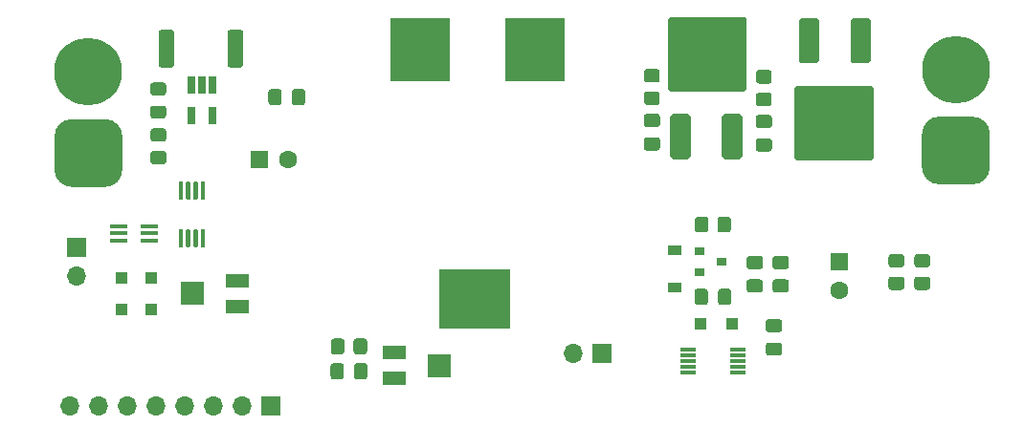
<source format=gbr>
%TF.GenerationSoftware,KiCad,Pcbnew,5.1.10*%
%TF.CreationDate,2021-11-10T11:07:09+01:00*%
%TF.ProjectId,Charging_Module,43686172-6769-46e6-975f-4d6f64756c65,rev?*%
%TF.SameCoordinates,Original*%
%TF.FileFunction,Soldermask,Top*%
%TF.FilePolarity,Negative*%
%FSLAX46Y46*%
G04 Gerber Fmt 4.6, Leading zero omitted, Abs format (unit mm)*
G04 Created by KiCad (PCBNEW 5.1.10) date 2021-11-10 11:07:09*
%MOMM*%
%LPD*%
G01*
G04 APERTURE LIST*
%ADD10C,1.391160*%
%ADD11R,0.650000X1.560000*%
%ADD12R,1.500000X0.400000*%
%ADD13R,1.400000X0.300000*%
%ADD14R,2.000000X1.300000*%
%ADD15R,2.000000X2.000000*%
%ADD16R,0.900000X0.800000*%
%ADD17R,6.350000X5.280000*%
%ADD18R,5.330000X5.590000*%
%ADD19C,6.000000*%
%ADD20O,1.700000X1.700000*%
%ADD21R,1.700000X1.700000*%
%ADD22R,1.100000X1.100000*%
%ADD23R,1.200000X0.900000*%
%ADD24C,1.600000*%
%ADD25R,1.600000X1.600000*%
G04 APERTURE END LIST*
%TO.C,R8*%
G36*
G01*
X86290001Y-43960000D02*
X85389999Y-43960000D01*
G75*
G02*
X85140000Y-43710001I0J249999D01*
G01*
X85140000Y-43009999D01*
G75*
G02*
X85389999Y-42760000I249999J0D01*
G01*
X86290001Y-42760000D01*
G75*
G02*
X86540000Y-43009999I0J-249999D01*
G01*
X86540000Y-43710001D01*
G75*
G02*
X86290001Y-43960000I-249999J0D01*
G01*
G37*
G36*
G01*
X86290001Y-45960000D02*
X85389999Y-45960000D01*
G75*
G02*
X85140000Y-45710001I0J249999D01*
G01*
X85140000Y-45009999D01*
G75*
G02*
X85389999Y-44760000I249999J0D01*
G01*
X86290001Y-44760000D01*
G75*
G02*
X86540000Y-45009999I0J-249999D01*
G01*
X86540000Y-45710001D01*
G75*
G02*
X86290001Y-45960000I-249999J0D01*
G01*
G37*
%TD*%
%TO.C,D5*%
G36*
G01*
X86270001Y-39850000D02*
X85369999Y-39850000D01*
G75*
G02*
X85120000Y-39600001I0J249999D01*
G01*
X85120000Y-38949999D01*
G75*
G02*
X85369999Y-38700000I249999J0D01*
G01*
X86270001Y-38700000D01*
G75*
G02*
X86520000Y-38949999I0J-249999D01*
G01*
X86520000Y-39600001D01*
G75*
G02*
X86270001Y-39850000I-249999J0D01*
G01*
G37*
G36*
G01*
X86270001Y-41900000D02*
X85369999Y-41900000D01*
G75*
G02*
X85120000Y-41650001I0J249999D01*
G01*
X85120000Y-40999999D01*
G75*
G02*
X85369999Y-40750000I249999J0D01*
G01*
X86270001Y-40750000D01*
G75*
G02*
X86520000Y-40999999I0J-249999D01*
G01*
X86520000Y-41650001D01*
G75*
G02*
X86270001Y-41900000I-249999J0D01*
G01*
G37*
%TD*%
%TO.C,Q3*%
G36*
G01*
X131133560Y-45299550D02*
X131133560Y-41700370D01*
G75*
G02*
X131329140Y-41504790I195580J0D01*
G01*
X132726140Y-41504790D01*
G75*
G02*
X132921720Y-41700370I0J-195580D01*
G01*
X132921720Y-45299550D01*
G75*
G02*
X132726140Y-45495130I-195580J0D01*
G01*
X131329140Y-45495130D01*
G75*
G02*
X131133560Y-45299550I0J195580D01*
G01*
G37*
G36*
G01*
X130904960Y-39298800D02*
X130904960Y-33101200D01*
G75*
G02*
X131100540Y-32905620I195580J0D01*
G01*
X137699460Y-32905620D01*
G75*
G02*
X137895040Y-33101200I0J-195580D01*
G01*
X137895040Y-39298800D01*
G75*
G02*
X137699460Y-39494380I-195580J0D01*
G01*
X131100540Y-39494380D01*
G75*
G02*
X130904960Y-39298800I0J195580D01*
G01*
G37*
G36*
G01*
X135700480Y-45299550D02*
X135700480Y-41700370D01*
G75*
G02*
X135896060Y-41504790I195580J0D01*
G01*
X137293060Y-41504790D01*
G75*
G02*
X137488640Y-41700370I0J-195580D01*
G01*
X137488640Y-45299550D01*
G75*
G02*
X137293060Y-45495130I-195580J0D01*
G01*
X135896060Y-45495130D01*
G75*
G02*
X135700480Y-45299550I0J195580D01*
G01*
G37*
D10*
X136940000Y-33660000D03*
X136940000Y-34930000D03*
X136940000Y-36200000D03*
X136940000Y-37470000D03*
X136940000Y-38740000D03*
X135670000Y-38740000D03*
X135670000Y-37470000D03*
X135670000Y-36200000D03*
X135670000Y-34930000D03*
X135670000Y-33660000D03*
X134400000Y-33660000D03*
X134400000Y-34930000D03*
X134400000Y-36200000D03*
X134400000Y-37470000D03*
X134400000Y-38740000D03*
X133130000Y-38740000D03*
X133130000Y-37470000D03*
X133130000Y-36200000D03*
X133130000Y-34930000D03*
X133130000Y-33660000D03*
X131860000Y-33660000D03*
X131860000Y-34930000D03*
X131860000Y-36200000D03*
X131860000Y-37470000D03*
X131860000Y-38740000D03*
%TD*%
%TO.C,Q2*%
G36*
G01*
X148866440Y-33200450D02*
X148866440Y-36799630D01*
G75*
G02*
X148670860Y-36995210I-195580J0D01*
G01*
X147273860Y-36995210D01*
G75*
G02*
X147078280Y-36799630I0J195580D01*
G01*
X147078280Y-33200450D01*
G75*
G02*
X147273860Y-33004870I195580J0D01*
G01*
X148670860Y-33004870D01*
G75*
G02*
X148866440Y-33200450I0J-195580D01*
G01*
G37*
G36*
G01*
X149095040Y-39201200D02*
X149095040Y-45398800D01*
G75*
G02*
X148899460Y-45594380I-195580J0D01*
G01*
X142300540Y-45594380D01*
G75*
G02*
X142104960Y-45398800I0J195580D01*
G01*
X142104960Y-39201200D01*
G75*
G02*
X142300540Y-39005620I195580J0D01*
G01*
X148899460Y-39005620D01*
G75*
G02*
X149095040Y-39201200I0J-195580D01*
G01*
G37*
G36*
G01*
X144299520Y-33200450D02*
X144299520Y-36799630D01*
G75*
G02*
X144103940Y-36995210I-195580J0D01*
G01*
X142706940Y-36995210D01*
G75*
G02*
X142511360Y-36799630I0J195580D01*
G01*
X142511360Y-33200450D01*
G75*
G02*
X142706940Y-33004870I195580J0D01*
G01*
X144103940Y-33004870D01*
G75*
G02*
X144299520Y-33200450I0J-195580D01*
G01*
G37*
X143060000Y-44840000D03*
X143060000Y-43570000D03*
X143060000Y-42300000D03*
X143060000Y-41030000D03*
X143060000Y-39760000D03*
X144330000Y-39760000D03*
X144330000Y-41030000D03*
X144330000Y-42300000D03*
X144330000Y-43570000D03*
X144330000Y-44840000D03*
X145600000Y-44840000D03*
X145600000Y-43570000D03*
X145600000Y-42300000D03*
X145600000Y-41030000D03*
X145600000Y-39760000D03*
X146870000Y-39760000D03*
X146870000Y-41030000D03*
X146870000Y-42300000D03*
X146870000Y-43570000D03*
X146870000Y-44840000D03*
X148140000Y-44840000D03*
X148140000Y-43570000D03*
X148140000Y-42300000D03*
X148140000Y-41030000D03*
X148140000Y-39760000D03*
%TD*%
D11*
%TO.C,U4*%
X90650000Y-41650000D03*
X88750000Y-41650000D03*
X88750000Y-38950000D03*
X89700000Y-38950000D03*
X90650000Y-38950000D03*
%TD*%
D12*
%TO.C,U3*%
X85023000Y-51420000D03*
X85023000Y-52070000D03*
X85023000Y-52720000D03*
X82363000Y-52720000D03*
X82363000Y-52070000D03*
X82363000Y-51420000D03*
%TD*%
%TO.C,U2*%
G36*
G01*
X87925000Y-49100000D02*
X87725000Y-49100000D01*
G75*
G02*
X87625000Y-49000000I0J100000D01*
G01*
X87625000Y-47575000D01*
G75*
G02*
X87725000Y-47475000I100000J0D01*
G01*
X87925000Y-47475000D01*
G75*
G02*
X88025000Y-47575000I0J-100000D01*
G01*
X88025000Y-49000000D01*
G75*
G02*
X87925000Y-49100000I-100000J0D01*
G01*
G37*
G36*
G01*
X88575000Y-49100000D02*
X88375000Y-49100000D01*
G75*
G02*
X88275000Y-49000000I0J100000D01*
G01*
X88275000Y-47575000D01*
G75*
G02*
X88375000Y-47475000I100000J0D01*
G01*
X88575000Y-47475000D01*
G75*
G02*
X88675000Y-47575000I0J-100000D01*
G01*
X88675000Y-49000000D01*
G75*
G02*
X88575000Y-49100000I-100000J0D01*
G01*
G37*
G36*
G01*
X89225000Y-49100000D02*
X89025000Y-49100000D01*
G75*
G02*
X88925000Y-49000000I0J100000D01*
G01*
X88925000Y-47575000D01*
G75*
G02*
X89025000Y-47475000I100000J0D01*
G01*
X89225000Y-47475000D01*
G75*
G02*
X89325000Y-47575000I0J-100000D01*
G01*
X89325000Y-49000000D01*
G75*
G02*
X89225000Y-49100000I-100000J0D01*
G01*
G37*
G36*
G01*
X89875000Y-49100000D02*
X89675000Y-49100000D01*
G75*
G02*
X89575000Y-49000000I0J100000D01*
G01*
X89575000Y-47575000D01*
G75*
G02*
X89675000Y-47475000I100000J0D01*
G01*
X89875000Y-47475000D01*
G75*
G02*
X89975000Y-47575000I0J-100000D01*
G01*
X89975000Y-49000000D01*
G75*
G02*
X89875000Y-49100000I-100000J0D01*
G01*
G37*
G36*
G01*
X89875000Y-53325000D02*
X89675000Y-53325000D01*
G75*
G02*
X89575000Y-53225000I0J100000D01*
G01*
X89575000Y-51800000D01*
G75*
G02*
X89675000Y-51700000I100000J0D01*
G01*
X89875000Y-51700000D01*
G75*
G02*
X89975000Y-51800000I0J-100000D01*
G01*
X89975000Y-53225000D01*
G75*
G02*
X89875000Y-53325000I-100000J0D01*
G01*
G37*
G36*
G01*
X89225000Y-53325000D02*
X89025000Y-53325000D01*
G75*
G02*
X88925000Y-53225000I0J100000D01*
G01*
X88925000Y-51800000D01*
G75*
G02*
X89025000Y-51700000I100000J0D01*
G01*
X89225000Y-51700000D01*
G75*
G02*
X89325000Y-51800000I0J-100000D01*
G01*
X89325000Y-53225000D01*
G75*
G02*
X89225000Y-53325000I-100000J0D01*
G01*
G37*
G36*
G01*
X88575000Y-53325000D02*
X88375000Y-53325000D01*
G75*
G02*
X88275000Y-53225000I0J100000D01*
G01*
X88275000Y-51800000D01*
G75*
G02*
X88375000Y-51700000I100000J0D01*
G01*
X88575000Y-51700000D01*
G75*
G02*
X88675000Y-51800000I0J-100000D01*
G01*
X88675000Y-53225000D01*
G75*
G02*
X88575000Y-53325000I-100000J0D01*
G01*
G37*
G36*
G01*
X87925000Y-53325000D02*
X87725000Y-53325000D01*
G75*
G02*
X87625000Y-53225000I0J100000D01*
G01*
X87625000Y-51800000D01*
G75*
G02*
X87725000Y-51700000I100000J0D01*
G01*
X87925000Y-51700000D01*
G75*
G02*
X88025000Y-51800000I0J-100000D01*
G01*
X88025000Y-53225000D01*
G75*
G02*
X87925000Y-53325000I-100000J0D01*
G01*
G37*
%TD*%
D13*
%TO.C,U1*%
X137100000Y-62400000D03*
X137100000Y-62900000D03*
X137100000Y-63400000D03*
X137100000Y-63900000D03*
X137100000Y-64400000D03*
X132700000Y-64400000D03*
X132700000Y-63900000D03*
X132700000Y-63400000D03*
X132700000Y-62900000D03*
X132700000Y-62400000D03*
%TD*%
D14*
%TO.C,RV2*%
X92805000Y-58554000D03*
D15*
X88805000Y-57404000D03*
D14*
X92805000Y-56254000D03*
%TD*%
%TO.C,RV1*%
X106700000Y-62650000D03*
D15*
X110700000Y-63800000D03*
D14*
X106700000Y-64950000D03*
%TD*%
%TO.C,R7*%
G36*
G01*
X91950000Y-37125001D02*
X91950000Y-34274999D01*
G75*
G02*
X92199999Y-34025000I249999J0D01*
G01*
X93100001Y-34025000D01*
G75*
G02*
X93350000Y-34274999I0J-249999D01*
G01*
X93350000Y-37125001D01*
G75*
G02*
X93100001Y-37375000I-249999J0D01*
G01*
X92199999Y-37375000D01*
G75*
G02*
X91950000Y-37125001I0J249999D01*
G01*
G37*
G36*
G01*
X85850000Y-37125001D02*
X85850000Y-34274999D01*
G75*
G02*
X86099999Y-34025000I249999J0D01*
G01*
X87000001Y-34025000D01*
G75*
G02*
X87250000Y-34274999I0J-249999D01*
G01*
X87250000Y-37125001D01*
G75*
G02*
X87000001Y-37375000I-249999J0D01*
G01*
X86099999Y-37375000D01*
G75*
G02*
X85850000Y-37125001I0J249999D01*
G01*
G37*
%TD*%
%TO.C,R6*%
G36*
G01*
X153866001Y-55099000D02*
X152965999Y-55099000D01*
G75*
G02*
X152716000Y-54849001I0J249999D01*
G01*
X152716000Y-54148999D01*
G75*
G02*
X152965999Y-53899000I249999J0D01*
G01*
X153866001Y-53899000D01*
G75*
G02*
X154116000Y-54148999I0J-249999D01*
G01*
X154116000Y-54849001D01*
G75*
G02*
X153866001Y-55099000I-249999J0D01*
G01*
G37*
G36*
G01*
X153866001Y-57099000D02*
X152965999Y-57099000D01*
G75*
G02*
X152716000Y-56849001I0J249999D01*
G01*
X152716000Y-56148999D01*
G75*
G02*
X152965999Y-55899000I249999J0D01*
G01*
X153866001Y-55899000D01*
G75*
G02*
X154116000Y-56148999I0J-249999D01*
G01*
X154116000Y-56849001D01*
G75*
G02*
X153866001Y-57099000I-249999J0D01*
G01*
G37*
%TD*%
%TO.C,R5*%
G36*
G01*
X150679999Y-55899000D02*
X151580001Y-55899000D01*
G75*
G02*
X151830000Y-56148999I0J-249999D01*
G01*
X151830000Y-56849001D01*
G75*
G02*
X151580001Y-57099000I-249999J0D01*
G01*
X150679999Y-57099000D01*
G75*
G02*
X150430000Y-56849001I0J249999D01*
G01*
X150430000Y-56148999D01*
G75*
G02*
X150679999Y-55899000I249999J0D01*
G01*
G37*
G36*
G01*
X150679999Y-53899000D02*
X151580001Y-53899000D01*
G75*
G02*
X151830000Y-54148999I0J-249999D01*
G01*
X151830000Y-54849001D01*
G75*
G02*
X151580001Y-55099000I-249999J0D01*
G01*
X150679999Y-55099000D01*
G75*
G02*
X150430000Y-54849001I0J249999D01*
G01*
X150430000Y-54148999D01*
G75*
G02*
X150679999Y-53899000I249999J0D01*
G01*
G37*
%TD*%
%TO.C,R4*%
G36*
G01*
X103100000Y-62550001D02*
X103100000Y-61649999D01*
G75*
G02*
X103349999Y-61400000I249999J0D01*
G01*
X104050001Y-61400000D01*
G75*
G02*
X104300000Y-61649999I0J-249999D01*
G01*
X104300000Y-62550001D01*
G75*
G02*
X104050001Y-62800000I-249999J0D01*
G01*
X103349999Y-62800000D01*
G75*
G02*
X103100000Y-62550001I0J249999D01*
G01*
G37*
G36*
G01*
X101100000Y-62550001D02*
X101100000Y-61649999D01*
G75*
G02*
X101349999Y-61400000I249999J0D01*
G01*
X102050001Y-61400000D01*
G75*
G02*
X102300000Y-61649999I0J-249999D01*
G01*
X102300000Y-62550001D01*
G75*
G02*
X102050001Y-62800000I-249999J0D01*
G01*
X101349999Y-62800000D01*
G75*
G02*
X101100000Y-62550001I0J249999D01*
G01*
G37*
%TD*%
%TO.C,R3*%
G36*
G01*
X129049999Y-39500000D02*
X129950001Y-39500000D01*
G75*
G02*
X130200000Y-39749999I0J-249999D01*
G01*
X130200000Y-40450001D01*
G75*
G02*
X129950001Y-40700000I-249999J0D01*
G01*
X129049999Y-40700000D01*
G75*
G02*
X128800000Y-40450001I0J249999D01*
G01*
X128800000Y-39749999D01*
G75*
G02*
X129049999Y-39500000I249999J0D01*
G01*
G37*
G36*
G01*
X129049999Y-37500000D02*
X129950001Y-37500000D01*
G75*
G02*
X130200000Y-37749999I0J-249999D01*
G01*
X130200000Y-38450001D01*
G75*
G02*
X129950001Y-38700000I-249999J0D01*
G01*
X129049999Y-38700000D01*
G75*
G02*
X128800000Y-38450001I0J249999D01*
G01*
X128800000Y-37749999D01*
G75*
G02*
X129049999Y-37500000I249999J0D01*
G01*
G37*
%TD*%
%TO.C,R2*%
G36*
G01*
X138949999Y-39600000D02*
X139850001Y-39600000D01*
G75*
G02*
X140100000Y-39849999I0J-249999D01*
G01*
X140100000Y-40550001D01*
G75*
G02*
X139850001Y-40800000I-249999J0D01*
G01*
X138949999Y-40800000D01*
G75*
G02*
X138700000Y-40550001I0J249999D01*
G01*
X138700000Y-39849999D01*
G75*
G02*
X138949999Y-39600000I249999J0D01*
G01*
G37*
G36*
G01*
X138949999Y-37600000D02*
X139850001Y-37600000D01*
G75*
G02*
X140100000Y-37849999I0J-249999D01*
G01*
X140100000Y-38550001D01*
G75*
G02*
X139850001Y-38800000I-249999J0D01*
G01*
X138949999Y-38800000D01*
G75*
G02*
X138700000Y-38550001I0J249999D01*
G01*
X138700000Y-37849999D01*
G75*
G02*
X138949999Y-37600000I249999J0D01*
G01*
G37*
%TD*%
%TO.C,R1*%
G36*
G01*
X134500000Y-50849999D02*
X134500000Y-51750001D01*
G75*
G02*
X134250001Y-52000000I-249999J0D01*
G01*
X133549999Y-52000000D01*
G75*
G02*
X133300000Y-51750001I0J249999D01*
G01*
X133300000Y-50849999D01*
G75*
G02*
X133549999Y-50600000I249999J0D01*
G01*
X134250001Y-50600000D01*
G75*
G02*
X134500000Y-50849999I0J-249999D01*
G01*
G37*
G36*
G01*
X136500000Y-50849999D02*
X136500000Y-51750001D01*
G75*
G02*
X136250001Y-52000000I-249999J0D01*
G01*
X135549999Y-52000000D01*
G75*
G02*
X135300000Y-51750001I0J249999D01*
G01*
X135300000Y-50849999D01*
G75*
G02*
X135549999Y-50600000I249999J0D01*
G01*
X136250001Y-50600000D01*
G75*
G02*
X136500000Y-50849999I0J-249999D01*
G01*
G37*
%TD*%
D16*
%TO.C,Q1*%
X135700000Y-54600000D03*
X133700000Y-55550000D03*
X133700000Y-53650000D03*
%TD*%
D17*
%TO.C,L1*%
X113846000Y-57874000D03*
D18*
X109020000Y-35776000D03*
X119180000Y-35776000D03*
%TD*%
%TO.C,J5*%
G36*
G01*
X81150000Y-47950000D02*
X78150000Y-47950000D01*
G75*
G02*
X76650000Y-46450000I0J1500000D01*
G01*
X76650000Y-43450000D01*
G75*
G02*
X78150000Y-41950000I1500000J0D01*
G01*
X81150000Y-41950000D01*
G75*
G02*
X82650000Y-43450000I0J-1500000D01*
G01*
X82650000Y-46450000D01*
G75*
G02*
X81150000Y-47950000I-1500000J0D01*
G01*
G37*
D19*
X79650000Y-37750000D03*
%TD*%
D20*
%TO.C,J4*%
X78613000Y-55880000D03*
D21*
X78613000Y-53340000D03*
%TD*%
%TO.C,J3*%
G36*
G01*
X157900000Y-47730000D02*
X154900000Y-47730000D01*
G75*
G02*
X153400000Y-46230000I0J1500000D01*
G01*
X153400000Y-43230000D01*
G75*
G02*
X154900000Y-41730000I1500000J0D01*
G01*
X157900000Y-41730000D01*
G75*
G02*
X159400000Y-43230000I0J-1500000D01*
G01*
X159400000Y-46230000D01*
G75*
G02*
X157900000Y-47730000I-1500000J0D01*
G01*
G37*
D19*
X156400000Y-37530000D03*
%TD*%
D20*
%TO.C,J2*%
X122555000Y-62738000D03*
D21*
X125095000Y-62738000D03*
%TD*%
D20*
%TO.C,J1*%
X78020000Y-67400000D03*
X80560000Y-67400000D03*
X83100000Y-67400000D03*
X85640000Y-67400000D03*
X88180000Y-67400000D03*
X90720000Y-67400000D03*
X93260000Y-67400000D03*
D21*
X95800000Y-67400000D03*
%TD*%
D22*
%TO.C,D4*%
X85217000Y-56004000D03*
X85217000Y-58804000D03*
%TD*%
%TO.C,D3*%
X82550000Y-56004000D03*
X82550000Y-58804000D03*
%TD*%
%TO.C,D2*%
X133800000Y-60100000D03*
X136600000Y-60100000D03*
%TD*%
D23*
%TO.C,D1*%
X131500000Y-56850000D03*
X131500000Y-53550000D03*
%TD*%
D24*
%TO.C,C10*%
X97300000Y-45500000D03*
D25*
X94800000Y-45500000D03*
%TD*%
%TO.C,C9*%
G36*
G01*
X97650000Y-40475000D02*
X97650000Y-39525000D01*
G75*
G02*
X97900000Y-39275000I250000J0D01*
G01*
X98575000Y-39275000D01*
G75*
G02*
X98825000Y-39525000I0J-250000D01*
G01*
X98825000Y-40475000D01*
G75*
G02*
X98575000Y-40725000I-250000J0D01*
G01*
X97900000Y-40725000D01*
G75*
G02*
X97650000Y-40475000I0J250000D01*
G01*
G37*
G36*
G01*
X95575000Y-40475000D02*
X95575000Y-39525000D01*
G75*
G02*
X95825000Y-39275000I250000J0D01*
G01*
X96500000Y-39275000D01*
G75*
G02*
X96750000Y-39525000I0J-250000D01*
G01*
X96750000Y-40475000D01*
G75*
G02*
X96500000Y-40725000I-250000J0D01*
G01*
X95825000Y-40725000D01*
G75*
G02*
X95575000Y-40475000I0J250000D01*
G01*
G37*
%TD*%
%TO.C,C8*%
G36*
G01*
X103150000Y-64775000D02*
X103150000Y-63825000D01*
G75*
G02*
X103400000Y-63575000I250000J0D01*
G01*
X104075000Y-63575000D01*
G75*
G02*
X104325000Y-63825000I0J-250000D01*
G01*
X104325000Y-64775000D01*
G75*
G02*
X104075000Y-65025000I-250000J0D01*
G01*
X103400000Y-65025000D01*
G75*
G02*
X103150000Y-64775000I0J250000D01*
G01*
G37*
G36*
G01*
X101075000Y-64775000D02*
X101075000Y-63825000D01*
G75*
G02*
X101325000Y-63575000I250000J0D01*
G01*
X102000000Y-63575000D01*
G75*
G02*
X102250000Y-63825000I0J-250000D01*
G01*
X102250000Y-64775000D01*
G75*
G02*
X102000000Y-65025000I-250000J0D01*
G01*
X101325000Y-65025000D01*
G75*
G02*
X101075000Y-64775000I0J250000D01*
G01*
G37*
%TD*%
%TO.C,C7*%
G36*
G01*
X129025000Y-43550000D02*
X129975000Y-43550000D01*
G75*
G02*
X130225000Y-43800000I0J-250000D01*
G01*
X130225000Y-44475000D01*
G75*
G02*
X129975000Y-44725000I-250000J0D01*
G01*
X129025000Y-44725000D01*
G75*
G02*
X128775000Y-44475000I0J250000D01*
G01*
X128775000Y-43800000D01*
G75*
G02*
X129025000Y-43550000I250000J0D01*
G01*
G37*
G36*
G01*
X129025000Y-41475000D02*
X129975000Y-41475000D01*
G75*
G02*
X130225000Y-41725000I0J-250000D01*
G01*
X130225000Y-42400000D01*
G75*
G02*
X129975000Y-42650000I-250000J0D01*
G01*
X129025000Y-42650000D01*
G75*
G02*
X128775000Y-42400000I0J250000D01*
G01*
X128775000Y-41725000D01*
G75*
G02*
X129025000Y-41475000I250000J0D01*
G01*
G37*
%TD*%
%TO.C,C6*%
G36*
G01*
X138925000Y-43650000D02*
X139875000Y-43650000D01*
G75*
G02*
X140125000Y-43900000I0J-250000D01*
G01*
X140125000Y-44575000D01*
G75*
G02*
X139875000Y-44825000I-250000J0D01*
G01*
X138925000Y-44825000D01*
G75*
G02*
X138675000Y-44575000I0J250000D01*
G01*
X138675000Y-43900000D01*
G75*
G02*
X138925000Y-43650000I250000J0D01*
G01*
G37*
G36*
G01*
X138925000Y-41575000D02*
X139875000Y-41575000D01*
G75*
G02*
X140125000Y-41825000I0J-250000D01*
G01*
X140125000Y-42500000D01*
G75*
G02*
X139875000Y-42750000I-250000J0D01*
G01*
X138925000Y-42750000D01*
G75*
G02*
X138675000Y-42500000I0J250000D01*
G01*
X138675000Y-41825000D01*
G75*
G02*
X138925000Y-41575000I250000J0D01*
G01*
G37*
%TD*%
%TO.C,C5*%
G36*
G01*
X139825000Y-61750000D02*
X140775000Y-61750000D01*
G75*
G02*
X141025000Y-62000000I0J-250000D01*
G01*
X141025000Y-62675000D01*
G75*
G02*
X140775000Y-62925000I-250000J0D01*
G01*
X139825000Y-62925000D01*
G75*
G02*
X139575000Y-62675000I0J250000D01*
G01*
X139575000Y-62000000D01*
G75*
G02*
X139825000Y-61750000I250000J0D01*
G01*
G37*
G36*
G01*
X139825000Y-59675000D02*
X140775000Y-59675000D01*
G75*
G02*
X141025000Y-59925000I0J-250000D01*
G01*
X141025000Y-60600000D01*
G75*
G02*
X140775000Y-60850000I-250000J0D01*
G01*
X139825000Y-60850000D01*
G75*
G02*
X139575000Y-60600000I0J250000D01*
G01*
X139575000Y-59925000D01*
G75*
G02*
X139825000Y-59675000I250000J0D01*
G01*
G37*
%TD*%
D24*
%TO.C,C4*%
X146050000Y-57110000D03*
D25*
X146050000Y-54610000D03*
%TD*%
%TO.C,C3*%
G36*
G01*
X140425000Y-56150000D02*
X141375000Y-56150000D01*
G75*
G02*
X141625000Y-56400000I0J-250000D01*
G01*
X141625000Y-57075000D01*
G75*
G02*
X141375000Y-57325000I-250000J0D01*
G01*
X140425000Y-57325000D01*
G75*
G02*
X140175000Y-57075000I0J250000D01*
G01*
X140175000Y-56400000D01*
G75*
G02*
X140425000Y-56150000I250000J0D01*
G01*
G37*
G36*
G01*
X140425000Y-54075000D02*
X141375000Y-54075000D01*
G75*
G02*
X141625000Y-54325000I0J-250000D01*
G01*
X141625000Y-55000000D01*
G75*
G02*
X141375000Y-55250000I-250000J0D01*
G01*
X140425000Y-55250000D01*
G75*
G02*
X140175000Y-55000000I0J250000D01*
G01*
X140175000Y-54325000D01*
G75*
G02*
X140425000Y-54075000I250000J0D01*
G01*
G37*
%TD*%
%TO.C,C2*%
G36*
G01*
X138125000Y-56150000D02*
X139075000Y-56150000D01*
G75*
G02*
X139325000Y-56400000I0J-250000D01*
G01*
X139325000Y-57075000D01*
G75*
G02*
X139075000Y-57325000I-250000J0D01*
G01*
X138125000Y-57325000D01*
G75*
G02*
X137875000Y-57075000I0J250000D01*
G01*
X137875000Y-56400000D01*
G75*
G02*
X138125000Y-56150000I250000J0D01*
G01*
G37*
G36*
G01*
X138125000Y-54075000D02*
X139075000Y-54075000D01*
G75*
G02*
X139325000Y-54325000I0J-250000D01*
G01*
X139325000Y-55000000D01*
G75*
G02*
X139075000Y-55250000I-250000J0D01*
G01*
X138125000Y-55250000D01*
G75*
G02*
X137875000Y-55000000I0J250000D01*
G01*
X137875000Y-54325000D01*
G75*
G02*
X138125000Y-54075000I250000J0D01*
G01*
G37*
%TD*%
%TO.C,C1*%
G36*
G01*
X135350000Y-58175000D02*
X135350000Y-57225000D01*
G75*
G02*
X135600000Y-56975000I250000J0D01*
G01*
X136275000Y-56975000D01*
G75*
G02*
X136525000Y-57225000I0J-250000D01*
G01*
X136525000Y-58175000D01*
G75*
G02*
X136275000Y-58425000I-250000J0D01*
G01*
X135600000Y-58425000D01*
G75*
G02*
X135350000Y-58175000I0J250000D01*
G01*
G37*
G36*
G01*
X133275000Y-58175000D02*
X133275000Y-57225000D01*
G75*
G02*
X133525000Y-56975000I250000J0D01*
G01*
X134200000Y-56975000D01*
G75*
G02*
X134450000Y-57225000I0J-250000D01*
G01*
X134450000Y-58175000D01*
G75*
G02*
X134200000Y-58425000I-250000J0D01*
G01*
X133525000Y-58425000D01*
G75*
G02*
X133275000Y-58175000I0J250000D01*
G01*
G37*
%TD*%
M02*

</source>
